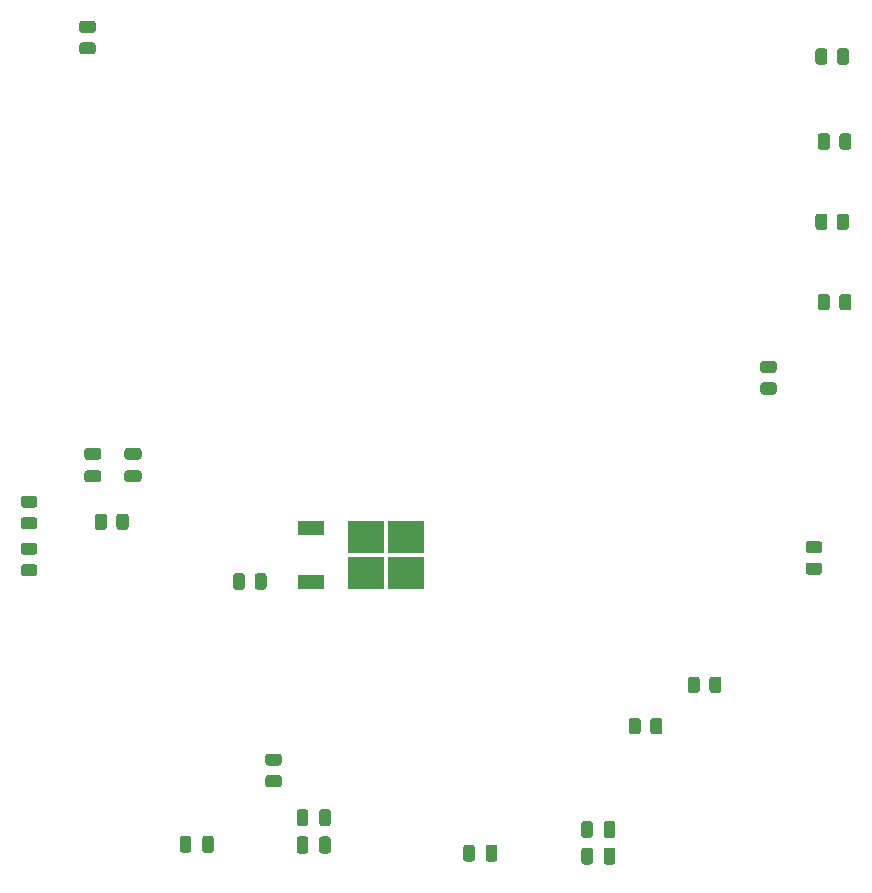
<source format=gbp>
%TF.GenerationSoftware,KiCad,Pcbnew,(5.1.10-1-10_14)*%
%TF.CreationDate,2022-04-01T14:18:11+03:00*%
%TF.ProjectId,Convertor_15v_to_20v:500v,436f6e76-6572-4746-9f72-5f3135765f74,rev?*%
%TF.SameCoordinates,Original*%
%TF.FileFunction,Paste,Bot*%
%TF.FilePolarity,Positive*%
%FSLAX46Y46*%
G04 Gerber Fmt 4.6, Leading zero omitted, Abs format (unit mm)*
G04 Created by KiCad (PCBNEW (5.1.10-1-10_14)) date 2022-04-01 14:18:11*
%MOMM*%
%LPD*%
G01*
G04 APERTURE LIST*
%ADD10R,3.050000X2.750000*%
%ADD11R,2.200000X1.200000*%
G04 APERTURE END LIST*
%TO.C,R10*%
G36*
G01*
X177600000Y-135049999D02*
X177600000Y-135950001D01*
G75*
G02*
X177350001Y-136200000I-249999J0D01*
G01*
X176824999Y-136200000D01*
G75*
G02*
X176575000Y-135950001I0J249999D01*
G01*
X176575000Y-135049999D01*
G75*
G02*
X176824999Y-134800000I249999J0D01*
G01*
X177350001Y-134800000D01*
G75*
G02*
X177600000Y-135049999I0J-249999D01*
G01*
G37*
G36*
G01*
X179425000Y-135049999D02*
X179425000Y-135950001D01*
G75*
G02*
X179175001Y-136200000I-249999J0D01*
G01*
X178649999Y-136200000D01*
G75*
G02*
X178400000Y-135950001I0J249999D01*
G01*
X178400000Y-135049999D01*
G75*
G02*
X178649999Y-134800000I249999J0D01*
G01*
X179175001Y-134800000D01*
G75*
G02*
X179425000Y-135049999I0J-249999D01*
G01*
G37*
%TD*%
%TO.C,R18*%
G36*
G01*
X194200000Y-79250001D02*
X194200000Y-78349999D01*
G75*
G02*
X194449999Y-78100000I249999J0D01*
G01*
X194975001Y-78100000D01*
G75*
G02*
X195225000Y-78349999I0J-249999D01*
G01*
X195225000Y-79250001D01*
G75*
G02*
X194975001Y-79500000I-249999J0D01*
G01*
X194449999Y-79500000D01*
G75*
G02*
X194200000Y-79250001I0J249999D01*
G01*
G37*
G36*
G01*
X192375000Y-79250001D02*
X192375000Y-78349999D01*
G75*
G02*
X192624999Y-78100000I249999J0D01*
G01*
X193150001Y-78100000D01*
G75*
G02*
X193400000Y-78349999I0J-249999D01*
G01*
X193400000Y-79250001D01*
G75*
G02*
X193150001Y-79500000I-249999J0D01*
G01*
X192624999Y-79500000D01*
G75*
G02*
X192375000Y-79250001I0J249999D01*
G01*
G37*
%TD*%
%TO.C,R16*%
G36*
G01*
X193600000Y-85549999D02*
X193600000Y-86450001D01*
G75*
G02*
X193350001Y-86700000I-249999J0D01*
G01*
X192824999Y-86700000D01*
G75*
G02*
X192575000Y-86450001I0J249999D01*
G01*
X192575000Y-85549999D01*
G75*
G02*
X192824999Y-85300000I249999J0D01*
G01*
X193350001Y-85300000D01*
G75*
G02*
X193600000Y-85549999I0J-249999D01*
G01*
G37*
G36*
G01*
X195425000Y-85549999D02*
X195425000Y-86450001D01*
G75*
G02*
X195175001Y-86700000I-249999J0D01*
G01*
X194649999Y-86700000D01*
G75*
G02*
X194400000Y-86450001I0J249999D01*
G01*
X194400000Y-85549999D01*
G75*
G02*
X194649999Y-85300000I249999J0D01*
G01*
X195175001Y-85300000D01*
G75*
G02*
X195425000Y-85549999I0J-249999D01*
G01*
G37*
%TD*%
%TO.C,R15*%
G36*
G01*
X130299999Y-77600000D02*
X131200001Y-77600000D01*
G75*
G02*
X131450000Y-77849999I0J-249999D01*
G01*
X131450000Y-78375001D01*
G75*
G02*
X131200001Y-78625000I-249999J0D01*
G01*
X130299999Y-78625000D01*
G75*
G02*
X130050000Y-78375001I0J249999D01*
G01*
X130050000Y-77849999D01*
G75*
G02*
X130299999Y-77600000I249999J0D01*
G01*
G37*
G36*
G01*
X130299999Y-75775000D02*
X131200001Y-75775000D01*
G75*
G02*
X131450000Y-76024999I0J-249999D01*
G01*
X131450000Y-76550001D01*
G75*
G02*
X131200001Y-76800000I-249999J0D01*
G01*
X130299999Y-76800000D01*
G75*
G02*
X130050000Y-76550001I0J249999D01*
G01*
X130050000Y-76024999D01*
G75*
G02*
X130299999Y-75775000I249999J0D01*
G01*
G37*
%TD*%
%TO.C,R14*%
G36*
G01*
X194400000Y-100050001D02*
X194400000Y-99149999D01*
G75*
G02*
X194649999Y-98900000I249999J0D01*
G01*
X195175001Y-98900000D01*
G75*
G02*
X195425000Y-99149999I0J-249999D01*
G01*
X195425000Y-100050001D01*
G75*
G02*
X195175001Y-100300000I-249999J0D01*
G01*
X194649999Y-100300000D01*
G75*
G02*
X194400000Y-100050001I0J249999D01*
G01*
G37*
G36*
G01*
X192575000Y-100050001D02*
X192575000Y-99149999D01*
G75*
G02*
X192824999Y-98900000I249999J0D01*
G01*
X193350001Y-98900000D01*
G75*
G02*
X193600000Y-99149999I0J-249999D01*
G01*
X193600000Y-100050001D01*
G75*
G02*
X193350001Y-100300000I-249999J0D01*
G01*
X192824999Y-100300000D01*
G75*
G02*
X192575000Y-100050001I0J249999D01*
G01*
G37*
%TD*%
%TO.C,R13*%
G36*
G01*
X193400000Y-92349999D02*
X193400000Y-93250001D01*
G75*
G02*
X193150001Y-93500000I-249999J0D01*
G01*
X192624999Y-93500000D01*
G75*
G02*
X192375000Y-93250001I0J249999D01*
G01*
X192375000Y-92349999D01*
G75*
G02*
X192624999Y-92100000I249999J0D01*
G01*
X193150001Y-92100000D01*
G75*
G02*
X193400000Y-92349999I0J-249999D01*
G01*
G37*
G36*
G01*
X195225000Y-92349999D02*
X195225000Y-93250001D01*
G75*
G02*
X194975001Y-93500000I-249999J0D01*
G01*
X194449999Y-93500000D01*
G75*
G02*
X194200000Y-93250001I0J249999D01*
G01*
X194200000Y-92349999D01*
G75*
G02*
X194449999Y-92100000I249999J0D01*
G01*
X194975001Y-92100000D01*
G75*
G02*
X195225000Y-92349999I0J-249999D01*
G01*
G37*
%TD*%
%TO.C,R11*%
G36*
G01*
X183400000Y-132450001D02*
X183400000Y-131549999D01*
G75*
G02*
X183649999Y-131300000I249999J0D01*
G01*
X184175001Y-131300000D01*
G75*
G02*
X184425000Y-131549999I0J-249999D01*
G01*
X184425000Y-132450001D01*
G75*
G02*
X184175001Y-132700000I-249999J0D01*
G01*
X183649999Y-132700000D01*
G75*
G02*
X183400000Y-132450001I0J249999D01*
G01*
G37*
G36*
G01*
X181575000Y-132450001D02*
X181575000Y-131549999D01*
G75*
G02*
X181824999Y-131300000I249999J0D01*
G01*
X182350001Y-131300000D01*
G75*
G02*
X182600000Y-131549999I0J-249999D01*
G01*
X182600000Y-132450001D01*
G75*
G02*
X182350001Y-132700000I-249999J0D01*
G01*
X181824999Y-132700000D01*
G75*
G02*
X181575000Y-132450001I0J249999D01*
G01*
G37*
%TD*%
%TO.C,R9*%
G36*
G01*
X192700001Y-120850000D02*
X191799999Y-120850000D01*
G75*
G02*
X191550000Y-120600001I0J249999D01*
G01*
X191550000Y-120074999D01*
G75*
G02*
X191799999Y-119825000I249999J0D01*
G01*
X192700001Y-119825000D01*
G75*
G02*
X192950000Y-120074999I0J-249999D01*
G01*
X192950000Y-120600001D01*
G75*
G02*
X192700001Y-120850000I-249999J0D01*
G01*
G37*
G36*
G01*
X192700001Y-122675000D02*
X191799999Y-122675000D01*
G75*
G02*
X191550000Y-122425001I0J249999D01*
G01*
X191550000Y-121899999D01*
G75*
G02*
X191799999Y-121650000I249999J0D01*
G01*
X192700001Y-121650000D01*
G75*
G02*
X192950000Y-121899999I0J-249999D01*
G01*
X192950000Y-122425001D01*
G75*
G02*
X192700001Y-122675000I-249999J0D01*
G01*
G37*
%TD*%
%TO.C,R8*%
G36*
G01*
X188850001Y-105600000D02*
X187949999Y-105600000D01*
G75*
G02*
X187700000Y-105350001I0J249999D01*
G01*
X187700000Y-104824999D01*
G75*
G02*
X187949999Y-104575000I249999J0D01*
G01*
X188850001Y-104575000D01*
G75*
G02*
X189100000Y-104824999I0J-249999D01*
G01*
X189100000Y-105350001D01*
G75*
G02*
X188850001Y-105600000I-249999J0D01*
G01*
G37*
G36*
G01*
X188850001Y-107425000D02*
X187949999Y-107425000D01*
G75*
G02*
X187700000Y-107175001I0J249999D01*
G01*
X187700000Y-106649999D01*
G75*
G02*
X187949999Y-106400000I249999J0D01*
G01*
X188850001Y-106400000D01*
G75*
G02*
X189100000Y-106649999I0J-249999D01*
G01*
X189100000Y-107175001D01*
G75*
G02*
X188850001Y-107425000I-249999J0D01*
G01*
G37*
%TD*%
%TO.C,R6*%
G36*
G01*
X144100000Y-122799999D02*
X144100000Y-123700001D01*
G75*
G02*
X143850001Y-123950000I-249999J0D01*
G01*
X143324999Y-123950000D01*
G75*
G02*
X143075000Y-123700001I0J249999D01*
G01*
X143075000Y-122799999D01*
G75*
G02*
X143324999Y-122550000I249999J0D01*
G01*
X143850001Y-122550000D01*
G75*
G02*
X144100000Y-122799999I0J-249999D01*
G01*
G37*
G36*
G01*
X145925000Y-122799999D02*
X145925000Y-123700001D01*
G75*
G02*
X145675001Y-123950000I-249999J0D01*
G01*
X145149999Y-123950000D01*
G75*
G02*
X144900000Y-123700001I0J249999D01*
G01*
X144900000Y-122799999D01*
G75*
G02*
X145149999Y-122550000I249999J0D01*
G01*
X145675001Y-122550000D01*
G75*
G02*
X145925000Y-122799999I0J-249999D01*
G01*
G37*
%TD*%
%TO.C,R4*%
G36*
G01*
X146950001Y-138850000D02*
X146049999Y-138850000D01*
G75*
G02*
X145800000Y-138600001I0J249999D01*
G01*
X145800000Y-138074999D01*
G75*
G02*
X146049999Y-137825000I249999J0D01*
G01*
X146950001Y-137825000D01*
G75*
G02*
X147200000Y-138074999I0J-249999D01*
G01*
X147200000Y-138600001D01*
G75*
G02*
X146950001Y-138850000I-249999J0D01*
G01*
G37*
G36*
G01*
X146950001Y-140675000D02*
X146049999Y-140675000D01*
G75*
G02*
X145800000Y-140425001I0J249999D01*
G01*
X145800000Y-139899999D01*
G75*
G02*
X146049999Y-139650000I249999J0D01*
G01*
X146950001Y-139650000D01*
G75*
G02*
X147200000Y-139899999I0J-249999D01*
G01*
X147200000Y-140425001D01*
G75*
G02*
X146950001Y-140675000I-249999J0D01*
G01*
G37*
%TD*%
%TO.C,R3*%
G36*
G01*
X133200000Y-118650001D02*
X133200000Y-117749999D01*
G75*
G02*
X133449999Y-117500000I249999J0D01*
G01*
X133975001Y-117500000D01*
G75*
G02*
X134225000Y-117749999I0J-249999D01*
G01*
X134225000Y-118650001D01*
G75*
G02*
X133975001Y-118900000I-249999J0D01*
G01*
X133449999Y-118900000D01*
G75*
G02*
X133200000Y-118650001I0J249999D01*
G01*
G37*
G36*
G01*
X131375000Y-118650001D02*
X131375000Y-117749999D01*
G75*
G02*
X131624999Y-117500000I249999J0D01*
G01*
X132150001Y-117500000D01*
G75*
G02*
X132400000Y-117749999I0J-249999D01*
G01*
X132400000Y-118650001D01*
G75*
G02*
X132150001Y-118900000I-249999J0D01*
G01*
X131624999Y-118900000D01*
G75*
G02*
X131375000Y-118650001I0J249999D01*
G01*
G37*
%TD*%
%TO.C,R2*%
G36*
G01*
X125349999Y-121800000D02*
X126250001Y-121800000D01*
G75*
G02*
X126500000Y-122049999I0J-249999D01*
G01*
X126500000Y-122575001D01*
G75*
G02*
X126250001Y-122825000I-249999J0D01*
G01*
X125349999Y-122825000D01*
G75*
G02*
X125100000Y-122575001I0J249999D01*
G01*
X125100000Y-122049999D01*
G75*
G02*
X125349999Y-121800000I249999J0D01*
G01*
G37*
G36*
G01*
X125349999Y-119975000D02*
X126250001Y-119975000D01*
G75*
G02*
X126500000Y-120224999I0J-249999D01*
G01*
X126500000Y-120750001D01*
G75*
G02*
X126250001Y-121000000I-249999J0D01*
G01*
X125349999Y-121000000D01*
G75*
G02*
X125100000Y-120750001I0J249999D01*
G01*
X125100000Y-120224999D01*
G75*
G02*
X125349999Y-119975000I249999J0D01*
G01*
G37*
%TD*%
%TO.C,R1*%
G36*
G01*
X125349999Y-117800000D02*
X126250001Y-117800000D01*
G75*
G02*
X126500000Y-118049999I0J-249999D01*
G01*
X126500000Y-118575001D01*
G75*
G02*
X126250001Y-118825000I-249999J0D01*
G01*
X125349999Y-118825000D01*
G75*
G02*
X125100000Y-118575001I0J249999D01*
G01*
X125100000Y-118049999D01*
G75*
G02*
X125349999Y-117800000I249999J0D01*
G01*
G37*
G36*
G01*
X125349999Y-115975000D02*
X126250001Y-115975000D01*
G75*
G02*
X126500000Y-116224999I0J-249999D01*
G01*
X126500000Y-116750001D01*
G75*
G02*
X126250001Y-117000000I-249999J0D01*
G01*
X125349999Y-117000000D01*
G75*
G02*
X125100000Y-116750001I0J249999D01*
G01*
X125100000Y-116224999D01*
G75*
G02*
X125349999Y-115975000I249999J0D01*
G01*
G37*
%TD*%
D10*
%TO.C,Q1*%
X154325000Y-119475000D03*
X157675000Y-122525000D03*
X154325000Y-122525000D03*
X157675000Y-119475000D03*
D11*
X149700000Y-118720000D03*
X149700000Y-123280000D03*
%TD*%
%TO.C,C14*%
G36*
G01*
X173550000Y-143775000D02*
X173550000Y-144725000D01*
G75*
G02*
X173300000Y-144975000I-250000J0D01*
G01*
X172800000Y-144975000D01*
G75*
G02*
X172550000Y-144725000I0J250000D01*
G01*
X172550000Y-143775000D01*
G75*
G02*
X172800000Y-143525000I250000J0D01*
G01*
X173300000Y-143525000D01*
G75*
G02*
X173550000Y-143775000I0J-250000D01*
G01*
G37*
G36*
G01*
X175450000Y-143775000D02*
X175450000Y-144725000D01*
G75*
G02*
X175200000Y-144975000I-250000J0D01*
G01*
X174700000Y-144975000D01*
G75*
G02*
X174450000Y-144725000I0J250000D01*
G01*
X174450000Y-143775000D01*
G75*
G02*
X174700000Y-143525000I250000J0D01*
G01*
X175200000Y-143525000D01*
G75*
G02*
X175450000Y-143775000I0J-250000D01*
G01*
G37*
%TD*%
%TO.C,C13*%
G36*
G01*
X173550000Y-146025000D02*
X173550000Y-146975000D01*
G75*
G02*
X173300000Y-147225000I-250000J0D01*
G01*
X172800000Y-147225000D01*
G75*
G02*
X172550000Y-146975000I0J250000D01*
G01*
X172550000Y-146025000D01*
G75*
G02*
X172800000Y-145775000I250000J0D01*
G01*
X173300000Y-145775000D01*
G75*
G02*
X173550000Y-146025000I0J-250000D01*
G01*
G37*
G36*
G01*
X175450000Y-146025000D02*
X175450000Y-146975000D01*
G75*
G02*
X175200000Y-147225000I-250000J0D01*
G01*
X174700000Y-147225000D01*
G75*
G02*
X174450000Y-146975000I0J250000D01*
G01*
X174450000Y-146025000D01*
G75*
G02*
X174700000Y-145775000I250000J0D01*
G01*
X175200000Y-145775000D01*
G75*
G02*
X175450000Y-146025000I0J-250000D01*
G01*
G37*
%TD*%
%TO.C,C12*%
G36*
G01*
X164450000Y-146725000D02*
X164450000Y-145775000D01*
G75*
G02*
X164700000Y-145525000I250000J0D01*
G01*
X165200000Y-145525000D01*
G75*
G02*
X165450000Y-145775000I0J-250000D01*
G01*
X165450000Y-146725000D01*
G75*
G02*
X165200000Y-146975000I-250000J0D01*
G01*
X164700000Y-146975000D01*
G75*
G02*
X164450000Y-146725000I0J250000D01*
G01*
G37*
G36*
G01*
X162550000Y-146725000D02*
X162550000Y-145775000D01*
G75*
G02*
X162800000Y-145525000I250000J0D01*
G01*
X163300000Y-145525000D01*
G75*
G02*
X163550000Y-145775000I0J-250000D01*
G01*
X163550000Y-146725000D01*
G75*
G02*
X163300000Y-146975000I-250000J0D01*
G01*
X162800000Y-146975000D01*
G75*
G02*
X162550000Y-146725000I0J250000D01*
G01*
G37*
%TD*%
%TO.C,C10*%
G36*
G01*
X149454999Y-142775000D02*
X149454999Y-143725000D01*
G75*
G02*
X149204999Y-143975000I-250000J0D01*
G01*
X148704999Y-143975000D01*
G75*
G02*
X148454999Y-143725000I0J250000D01*
G01*
X148454999Y-142775000D01*
G75*
G02*
X148704999Y-142525000I250000J0D01*
G01*
X149204999Y-142525000D01*
G75*
G02*
X149454999Y-142775000I0J-250000D01*
G01*
G37*
G36*
G01*
X151354999Y-142775000D02*
X151354999Y-143725000D01*
G75*
G02*
X151104999Y-143975000I-250000J0D01*
G01*
X150604999Y-143975000D01*
G75*
G02*
X150354999Y-143725000I0J250000D01*
G01*
X150354999Y-142775000D01*
G75*
G02*
X150604999Y-142525000I250000J0D01*
G01*
X151104999Y-142525000D01*
G75*
G02*
X151354999Y-142775000I0J-250000D01*
G01*
G37*
%TD*%
%TO.C,C7*%
G36*
G01*
X149454999Y-145090001D02*
X149454999Y-146040001D01*
G75*
G02*
X149204999Y-146290001I-250000J0D01*
G01*
X148704999Y-146290001D01*
G75*
G02*
X148454999Y-146040001I0J250000D01*
G01*
X148454999Y-145090001D01*
G75*
G02*
X148704999Y-144840001I250000J0D01*
G01*
X149204999Y-144840001D01*
G75*
G02*
X149454999Y-145090001I0J-250000D01*
G01*
G37*
G36*
G01*
X151354999Y-145090001D02*
X151354999Y-146040001D01*
G75*
G02*
X151104999Y-146290001I-250000J0D01*
G01*
X150604999Y-146290001D01*
G75*
G02*
X150354999Y-146040001I0J250000D01*
G01*
X150354999Y-145090001D01*
G75*
G02*
X150604999Y-144840001I250000J0D01*
G01*
X151104999Y-144840001D01*
G75*
G02*
X151354999Y-145090001I0J-250000D01*
G01*
G37*
%TD*%
%TO.C,C6*%
G36*
G01*
X140450000Y-145975000D02*
X140450000Y-145025000D01*
G75*
G02*
X140700000Y-144775000I250000J0D01*
G01*
X141200000Y-144775000D01*
G75*
G02*
X141450000Y-145025000I0J-250000D01*
G01*
X141450000Y-145975000D01*
G75*
G02*
X141200000Y-146225000I-250000J0D01*
G01*
X140700000Y-146225000D01*
G75*
G02*
X140450000Y-145975000I0J250000D01*
G01*
G37*
G36*
G01*
X138550000Y-145975000D02*
X138550000Y-145025000D01*
G75*
G02*
X138800000Y-144775000I250000J0D01*
G01*
X139300000Y-144775000D01*
G75*
G02*
X139550000Y-145025000I0J-250000D01*
G01*
X139550000Y-145975000D01*
G75*
G02*
X139300000Y-146225000I-250000J0D01*
G01*
X138800000Y-146225000D01*
G75*
G02*
X138550000Y-145975000I0J250000D01*
G01*
G37*
%TD*%
%TO.C,C3*%
G36*
G01*
X131675000Y-112950000D02*
X130725000Y-112950000D01*
G75*
G02*
X130475000Y-112700000I0J250000D01*
G01*
X130475000Y-112200000D01*
G75*
G02*
X130725000Y-111950000I250000J0D01*
G01*
X131675000Y-111950000D01*
G75*
G02*
X131925000Y-112200000I0J-250000D01*
G01*
X131925000Y-112700000D01*
G75*
G02*
X131675000Y-112950000I-250000J0D01*
G01*
G37*
G36*
G01*
X131675000Y-114850000D02*
X130725000Y-114850000D01*
G75*
G02*
X130475000Y-114600000I0J250000D01*
G01*
X130475000Y-114100000D01*
G75*
G02*
X130725000Y-113850000I250000J0D01*
G01*
X131675000Y-113850000D01*
G75*
G02*
X131925000Y-114100000I0J-250000D01*
G01*
X131925000Y-114600000D01*
G75*
G02*
X131675000Y-114850000I-250000J0D01*
G01*
G37*
%TD*%
%TO.C,C2*%
G36*
G01*
X135075000Y-112950000D02*
X134125000Y-112950000D01*
G75*
G02*
X133875000Y-112700000I0J250000D01*
G01*
X133875000Y-112200000D01*
G75*
G02*
X134125000Y-111950000I250000J0D01*
G01*
X135075000Y-111950000D01*
G75*
G02*
X135325000Y-112200000I0J-250000D01*
G01*
X135325000Y-112700000D01*
G75*
G02*
X135075000Y-112950000I-250000J0D01*
G01*
G37*
G36*
G01*
X135075000Y-114850000D02*
X134125000Y-114850000D01*
G75*
G02*
X133875000Y-114600000I0J250000D01*
G01*
X133875000Y-114100000D01*
G75*
G02*
X134125000Y-113850000I250000J0D01*
G01*
X135075000Y-113850000D01*
G75*
G02*
X135325000Y-114100000I0J-250000D01*
G01*
X135325000Y-114600000D01*
G75*
G02*
X135075000Y-114850000I-250000J0D01*
G01*
G37*
%TD*%
M02*

</source>
